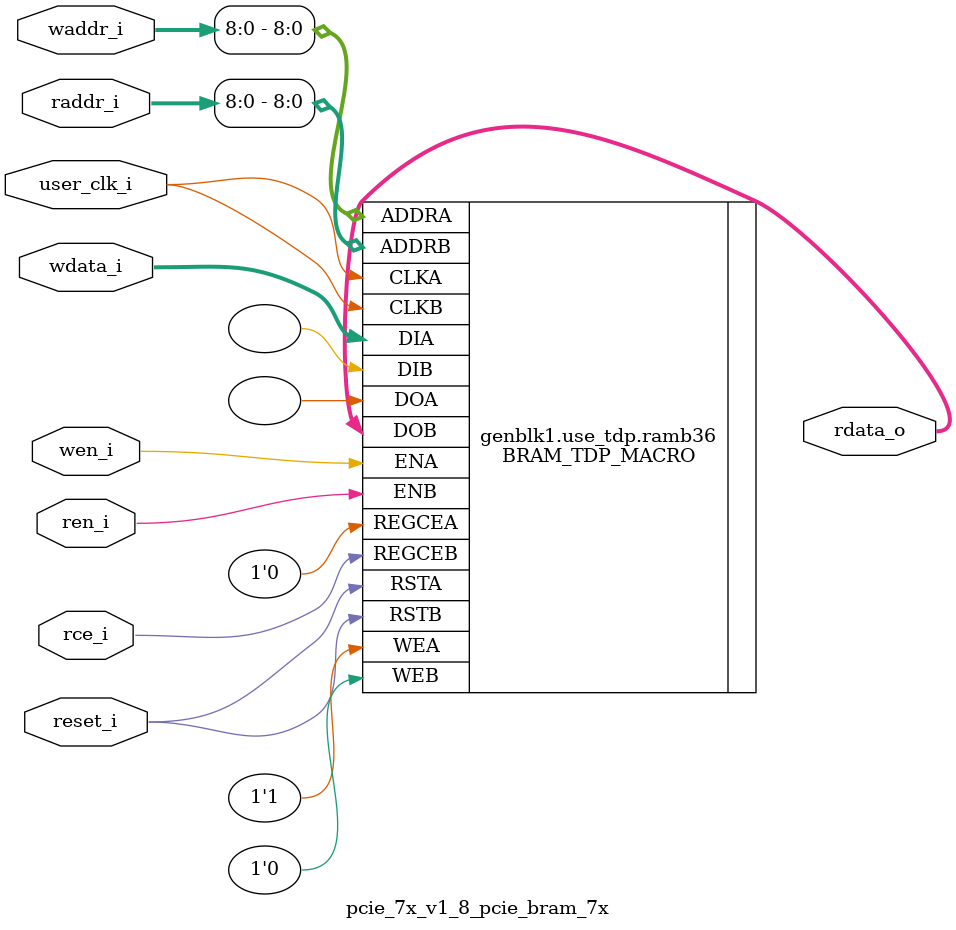
<source format=v>

`timescale 1ps/1ps

module pcie_7x_v1_8_pcie_bram_7x
  #(
    parameter [3:0]  LINK_CAP_MAX_LINK_SPEED = 4'h1,        // PCIe Link Speed : 1 - 2.5 GT/s; 2 - 5.0 GT/s
    parameter [5:0]  LINK_CAP_MAX_LINK_WIDTH = 6'h08,       // PCIe Link Width : 1 / 2 / 4 / 8
    parameter IMPL_TARGET = "HARD",                         // the implementation target : HARD, SOFT
    parameter DOB_REG = 0,                                  // 1 - use the output register;
                                                            // 0 - don't use the output register
    parameter WIDTH = 0                                     // supported WIDTH's : 4, 9, 18, 36 - uses RAMB36
                                                            //                     72 - uses RAMB36SDP
    )
    (
     input               user_clk_i,// user clock
     input               reset_i,   // bram reset

     input               wen_i,     // write enable
     input [12:0]        waddr_i,   // write address
     input [WIDTH - 1:0] wdata_i,   // write data

     input               ren_i,     // read enable
     input               rce_i,     // output register clock enable
     input [12:0]        raddr_i,   // read address

     output [WIDTH - 1:0] rdata_o   // read data
     );

   // map the address bits
   localparam ADDR_MSB = ((WIDTH == 4)  ? 12 :
                          (WIDTH == 9)  ? 11 :
                          (WIDTH == 18) ? 10 :
                          (WIDTH == 36) ?  9 :
                                           8
                          );

   // set the width of the tied off low address bits
   localparam ADDR_LO_BITS = ((WIDTH == 4)  ? 2 :
                              (WIDTH == 9)  ? 3 :
                              (WIDTH == 18) ? 4 :
                              (WIDTH == 36) ? 5 :
                                              0 // for WIDTH 72 use RAMB36SDP
                              );

   // map the data bits
   localparam D_MSB =  ((WIDTH == 4)  ?  3 :
                        (WIDTH == 9)  ?  7 :
                        (WIDTH == 18) ? 15 :
                        (WIDTH == 36) ? 31 :
                                        63
                        );

   // map the data parity bits
   localparam DP_LSB =  D_MSB + 1;

   localparam DP_MSB =  ((WIDTH == 4)  ? 4 :
                         (WIDTH == 9)  ? 8 :
                         (WIDTH == 18) ? 17 :
                         (WIDTH == 36) ? 35 :
                                         71
                        );

   localparam DPW = DP_MSB - DP_LSB + 1;
   localparam WRITE_MODE = ((WIDTH == 72) && (!((LINK_CAP_MAX_LINK_SPEED == 4'h2) && (LINK_CAP_MAX_LINK_WIDTH == 6'h08)))) ? "WRITE_FIRST" :
                           ((LINK_CAP_MAX_LINK_SPEED == 4'h2) && (LINK_CAP_MAX_LINK_WIDTH == 6'h08)) ? "WRITE_FIRST" : "NO_CHANGE";


   localparam DEVICE = (IMPL_TARGET == "HARD") ? "7SERIES" : "VIRTEX6";
   localparam BRAM_SIZE = "36Kb";

   localparam WE_WIDTH =(DEVICE == "VIRTEX5" || DEVICE == "VIRTEX6" || DEVICE == "7SERIES") ?
                            ((WIDTH <= 9) ? 1 :
                             (WIDTH > 9 && WIDTH <= 18) ? 2 :
                             (WIDTH > 18 && WIDTH <= 36) ? 4 :
                             (WIDTH > 36 && WIDTH <= 72) ? 8 :
                             (BRAM_SIZE == "18Kb") ? 4 : 8 ) : 8;

   //synthesis translate_off
   initial begin
      //$display("[%t] %m DOB_REG %0d WIDTH %0d ADDR_MSB %0d ADDR_LO_BITS %0d DP_MSB %0d DP_LSB %0d D_MSB %0d",
      //          $time, DOB_REG,   WIDTH,    ADDR_MSB,    ADDR_LO_BITS,    DP_MSB,    DP_LSB,    D_MSB);

      case (WIDTH)
        4,9,18,36,72:;
        default:
          begin
             $display("[%t] %m Error WIDTH %0d not supported", $time, WIDTH);
             $finish;
          end
      endcase // case (WIDTH)
   end
   //synthesis translate_on

   generate
   if ((LINK_CAP_MAX_LINK_WIDTH == 6'h08 && LINK_CAP_MAX_LINK_SPEED == 4'h2) || (WIDTH == 72)) begin : use_sdp
        BRAM_SDP_MACRO #(
               .DEVICE        (DEVICE),
               .BRAM_SIZE     (BRAM_SIZE),
               .DO_REG        (DOB_REG),
               .READ_WIDTH    (WIDTH),
               .WRITE_WIDTH   (WIDTH),
               .WRITE_MODE    (WRITE_MODE)
               )
        ramb36sdp(
               .DO             (rdata_o[WIDTH-1:0]),
               .DI             (wdata_i[WIDTH-1:0]),
               .RDADDR         (raddr_i[ADDR_MSB:0]),
               .RDCLK          (user_clk_i),
               .RDEN           (ren_i),
               .REGCE          (rce_i),
               .RST            (reset_i),
               .WE             ({WE_WIDTH{1'b1}}),
               .WRADDR         (waddr_i[ADDR_MSB:0]),
               .WRCLK          (user_clk_i),
               .WREN           (wen_i)
               );

    end  // block: use_sdp
    else if (WIDTH <= 36) begin : use_tdp
    // use RAMB36's if the width is 4, 9, 18, or 36
        BRAM_TDP_MACRO #(
               .DEVICE        (DEVICE),
               .BRAM_SIZE     (BRAM_SIZE),
               .DOA_REG       (0),
               .DOB_REG       (DOB_REG),
               .READ_WIDTH_A  (WIDTH),
               .READ_WIDTH_B  (WIDTH),
               .WRITE_WIDTH_A (WIDTH),
               .WRITE_WIDTH_B (WIDTH),
               .WRITE_MODE_A  (WRITE_MODE)
               )
        ramb36(
               .DOA            (),
               .DOB            (rdata_o[WIDTH-1:0]),
               .ADDRA          (waddr_i[ADDR_MSB:0]),
               .ADDRB          (raddr_i[ADDR_MSB:0]),
               .CLKA           (user_clk_i),
               .CLKB           (user_clk_i),
               .DIA            (wdata_i[WIDTH-1:0]),
               .DIB            ({WIDTH{1'b0}}),
               .ENA            (wen_i),
               .ENB            (ren_i),
               .REGCEA         (1'b0),
               .REGCEB         (rce_i),
               .RSTA           (reset_i),
               .RSTB           (reset_i),
               .WEA            ({WE_WIDTH{1'b1}}),
               .WEB            ({WE_WIDTH{1'b0}})
               );
   end // block: use_tdp
   endgenerate

endmodule // pcie_bram_7x


</source>
